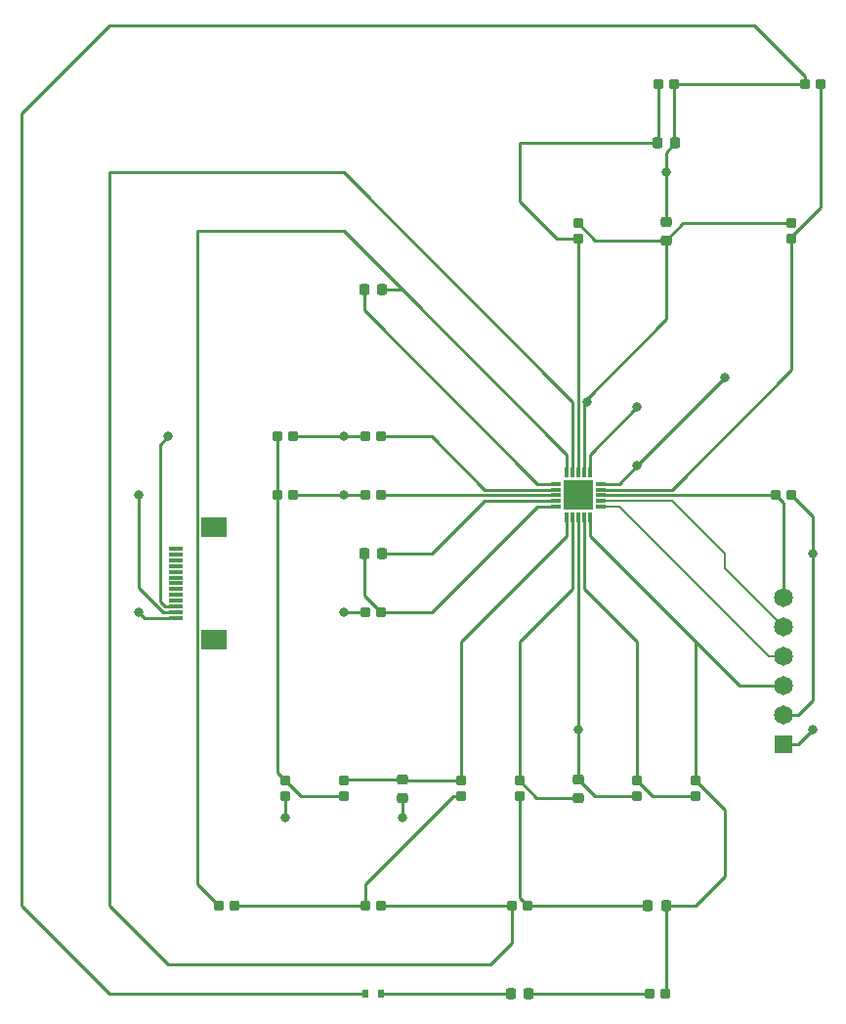
<source format=gbr>
%TF.GenerationSoftware,KiCad,Pcbnew,(6.0.7)*%
%TF.CreationDate,2022-08-17T17:24:52+08:00*%
%TF.ProjectId,asdfgg,61736466-6767-42e6-9b69-6361645f7063,rev?*%
%TF.SameCoordinates,Original*%
%TF.FileFunction,Copper,L1,Top*%
%TF.FilePolarity,Positive*%
%FSLAX46Y46*%
G04 Gerber Fmt 4.6, Leading zero omitted, Abs format (unit mm)*
G04 Created by KiCad (PCBNEW (6.0.7)) date 2022-08-17 17:24:52*
%MOMM*%
%LPD*%
G01*
G04 APERTURE LIST*
G04 Aperture macros list*
%AMRoundRect*
0 Rectangle with rounded corners*
0 $1 Rounding radius*
0 $2 $3 $4 $5 $6 $7 $8 $9 X,Y pos of 4 corners*
0 Add a 4 corners polygon primitive as box body*
4,1,4,$2,$3,$4,$5,$6,$7,$8,$9,$2,$3,0*
0 Add four circle primitives for the rounded corners*
1,1,$1+$1,$2,$3*
1,1,$1+$1,$4,$5*
1,1,$1+$1,$6,$7*
1,1,$1+$1,$8,$9*
0 Add four rect primitives between the rounded corners*
20,1,$1+$1,$2,$3,$4,$5,0*
20,1,$1+$1,$4,$5,$6,$7,0*
20,1,$1+$1,$6,$7,$8,$9,0*
20,1,$1+$1,$8,$9,$2,$3,0*%
G04 Aperture macros list end*
%TA.AperFunction,SMDPad,CuDef*%
%ADD10RoundRect,0.212500X-0.212500X-0.217500X0.212500X-0.217500X0.212500X0.217500X-0.212500X0.217500X0*%
%TD*%
%TA.AperFunction,SMDPad,CuDef*%
%ADD11RoundRect,0.218750X0.218750X0.256250X-0.218750X0.256250X-0.218750X-0.256250X0.218750X-0.256250X0*%
%TD*%
%TA.AperFunction,SMDPad,CuDef*%
%ADD12RoundRect,0.218750X0.256250X-0.218750X0.256250X0.218750X-0.256250X0.218750X-0.256250X-0.218750X0*%
%TD*%
%TA.AperFunction,SMDPad,CuDef*%
%ADD13RoundRect,0.212500X0.217500X-0.212500X0.217500X0.212500X-0.217500X0.212500X-0.217500X-0.212500X0*%
%TD*%
%TA.AperFunction,SMDPad,CuDef*%
%ADD14RoundRect,0.218750X-0.218750X-0.256250X0.218750X-0.256250X0.218750X0.256250X-0.218750X0.256250X0*%
%TD*%
%TA.AperFunction,SMDPad,CuDef*%
%ADD15R,1.300000X0.300000*%
%TD*%
%TA.AperFunction,SMDPad,CuDef*%
%ADD16R,2.200000X1.800000*%
%TD*%
%TA.AperFunction,SMDPad,CuDef*%
%ADD17R,0.600000X0.700000*%
%TD*%
%TA.AperFunction,SMDPad,CuDef*%
%ADD18RoundRect,0.212500X-0.217500X0.212500X-0.217500X-0.212500X0.217500X-0.212500X0.217500X0.212500X0*%
%TD*%
%TA.AperFunction,SMDPad,CuDef*%
%ADD19RoundRect,0.212500X0.212500X0.217500X-0.212500X0.217500X-0.212500X-0.217500X0.212500X-0.217500X0*%
%TD*%
%TA.AperFunction,SMDPad,CuDef*%
%ADD20R,0.850000X0.300000*%
%TD*%
%TA.AperFunction,SMDPad,CuDef*%
%ADD21R,0.300000X0.850000*%
%TD*%
%TA.AperFunction,SMDPad,CuDef*%
%ADD22R,2.650000X2.650000*%
%TD*%
%TA.AperFunction,ComponentPad*%
%ADD23R,1.650000X1.650000*%
%TD*%
%TA.AperFunction,ComponentPad*%
%ADD24C,1.650000*%
%TD*%
%TA.AperFunction,SMDPad,CuDef*%
%ADD25RoundRect,0.218750X-0.256250X0.218750X-0.256250X-0.218750X0.256250X-0.218750X0.256250X0.218750X0*%
%TD*%
%TA.AperFunction,ViaPad*%
%ADD26C,0.800000*%
%TD*%
%TA.AperFunction,Conductor*%
%ADD27C,0.250000*%
%TD*%
%TA.AperFunction,Conductor*%
%ADD28C,0.200000*%
%TD*%
G04 APERTURE END LIST*
D10*
%TO.P,R19,1*%
%TO.N,GND*%
X177120000Y-76200000D03*
%TO.P,R19,2*%
%TO.N,Net-(R19-Pad2)*%
X178480000Y-76200000D03*
%TD*%
D11*
%TO.P,C2,1*%
%TO.N,Net-(C2-Pad1)*%
X140487500Y-116840000D03*
%TO.P,C2,2*%
%TO.N,Net-(C2-Pad2)*%
X138912500Y-116840000D03*
%TD*%
D10*
%TO.P,R11,1*%
%TO.N,Net-(C4-Pad2)*%
X126320000Y-147320000D03*
%TO.P,R11,2*%
%TO.N,Net-(R11-Pad2)*%
X127680000Y-147320000D03*
%TD*%
%TO.P,R13,1*%
%TO.N,Net-(R11-Pad2)*%
X139020000Y-147320000D03*
%TO.P,R13,2*%
%TO.N,Net-(R13-Pad2)*%
X140380000Y-147320000D03*
%TD*%
D12*
%TO.P,C3,1*%
%TO.N,Net-(C3-Pad1)*%
X157480000Y-137947500D03*
%TO.P,C3,2*%
%TO.N,/REFOUT*%
X157480000Y-136372500D03*
%TD*%
D13*
%TO.P,R20,1*%
%TO.N,Net-(R19-Pad2)*%
X175940000Y-89580000D03*
%TO.P,R20,2*%
%TO.N,+3.3V*%
X175940000Y-88220000D03*
%TD*%
D14*
%TO.P,C1,1*%
%TO.N,Net-(C1-Pad1)*%
X163525000Y-147320000D03*
%TO.P,C1,2*%
%TO.N,/SIGNAL_OUT*%
X165100000Y-147320000D03*
%TD*%
%TO.P,C7,1*%
%TO.N,Net-(C7-Pad1)*%
X164312500Y-81280000D03*
%TO.P,C7,2*%
%TO.N,GND*%
X165887500Y-81280000D03*
%TD*%
D10*
%TO.P,R3,1*%
%TO.N,/LA*%
X139020000Y-106680000D03*
%TO.P,R3,2*%
%TO.N,Net-(R3-Pad2)*%
X140380000Y-106680000D03*
%TD*%
D15*
%TO.P,JP1,1,1*%
%TO.N,/RL*%
X122610000Y-122380000D03*
%TO.P,JP1,2,2*%
%TO.N,/RA*%
X122610000Y-121880000D03*
%TO.P,JP1,3,3*%
%TO.N,/LA*%
X122610000Y-121380000D03*
%TO.P,JP1,4*%
%TO.N,N/C*%
X122610000Y-120880000D03*
%TO.P,JP1,5*%
X122610000Y-120380000D03*
%TO.P,JP1,6*%
X122610000Y-119880000D03*
%TO.P,JP1,7*%
X122610000Y-119380000D03*
%TO.P,JP1,8*%
X122610000Y-118880000D03*
%TO.P,JP1,9*%
X122610000Y-118380000D03*
%TO.P,JP1,10*%
X122610000Y-117880000D03*
%TO.P,JP1,11*%
X122610000Y-117380000D03*
%TO.P,JP1,12*%
X122610000Y-116880000D03*
%TO.P,JP1,13*%
X122610000Y-116380000D03*
D16*
%TO.P,JP1,MP*%
X125860000Y-124280000D03*
X125860000Y-114480000D03*
%TD*%
D14*
%TO.P,D1,1,K*%
%TO.N,Net-(D1-Pad1)*%
X151612500Y-154940000D03*
%TO.P,D1,2,A*%
%TO.N,Net-(D1-Pad2)*%
X153187500Y-154940000D03*
%TD*%
D17*
%TO.P,D2,1,K*%
%TO.N,GND*%
X139000000Y-154940000D03*
%TO.P,D2,2,A*%
%TO.N,Net-(D1-Pad1)*%
X140400000Y-154940000D03*
%TD*%
D18*
%TO.P,R8,1*%
%TO.N,Net-(R8-Pad1)*%
X162560000Y-136480000D03*
%TO.P,R8,2*%
%TO.N,/REFOUT*%
X162560000Y-137840000D03*
%TD*%
D10*
%TO.P,R1,1*%
%TO.N,Net-(R1-Pad1)*%
X131400000Y-106680000D03*
%TO.P,R1,2*%
%TO.N,/LA*%
X132760000Y-106680000D03*
%TD*%
D12*
%TO.P,C5,1*%
%TO.N,+3.3V*%
X165100000Y-89687500D03*
%TO.P,C5,2*%
%TO.N,GND*%
X165100000Y-88112500D03*
%TD*%
D18*
%TO.P,R9,1*%
%TO.N,/SIGNAL_OUT*%
X167640000Y-136480000D03*
%TO.P,R9,2*%
%TO.N,Net-(R8-Pad1)*%
X167640000Y-137840000D03*
%TD*%
D10*
%TO.P,R14,1*%
%TO.N,Net-(C7-Pad1)*%
X164420000Y-76200000D03*
%TO.P,R14,2*%
%TO.N,GND*%
X165780000Y-76200000D03*
%TD*%
%TO.P,R5,1*%
%TO.N,/RL*%
X139020000Y-121920000D03*
%TO.P,R5,2*%
%TO.N,Net-(C2-Pad2)*%
X140380000Y-121920000D03*
%TD*%
D19*
%TO.P,R15,1*%
%TO.N,+3.3V*%
X175940000Y-111760000D03*
%TO.P,R15,2*%
%TO.N,/SDN*%
X174580000Y-111760000D03*
%TD*%
%TO.P,R4,1*%
%TO.N,Net-(R4-Pad1)*%
X140380000Y-111760000D03*
%TO.P,R4,2*%
%TO.N,/RA*%
X139020000Y-111760000D03*
%TD*%
D20*
%TO.P,U1,1,HPDRIVE*%
%TO.N,Net-(C4-Pad1)*%
X155530000Y-110760000D03*
%TO.P,U1,2,+IN*%
%TO.N,Net-(R3-Pad2)*%
X155530000Y-111260000D03*
%TO.P,U1,3,-IN*%
%TO.N,Net-(R4-Pad1)*%
X155530000Y-111760000D03*
%TO.P,U1,4,RLDFB*%
%TO.N,Net-(C2-Pad1)*%
X155530000Y-112260000D03*
%TO.P,U1,5,RLD*%
%TO.N,Net-(C2-Pad2)*%
X155530000Y-112760000D03*
D21*
%TO.P,U1,6,SW*%
%TO.N,Net-(C6-Pad1)*%
X156480000Y-113710000D03*
%TO.P,U1,7,OPAMP+*%
%TO.N,Net-(C3-Pad1)*%
X156980000Y-113710000D03*
%TO.P,U1,8,REFOUT*%
%TO.N,/REFOUT*%
X157480000Y-113710000D03*
%TO.P,U1,9,OPAMP-*%
%TO.N,Net-(R8-Pad1)*%
X157980000Y-113710000D03*
%TO.P,U1,10,OUT*%
%TO.N,/SIGNAL_OUT*%
X158480000Y-113710000D03*
D20*
%TO.P,U1,11,LO-*%
%TO.N,/LO-*%
X159430000Y-112760000D03*
%TO.P,U1,12,LO+*%
%TO.N,/LO+*%
X159430000Y-112260000D03*
%TO.P,U1,13,~{SDN}*%
%TO.N,/SDN*%
X159430000Y-111760000D03*
%TO.P,U1,14,AC/~{DC}*%
%TO.N,Net-(R19-Pad2)*%
X159430000Y-111260000D03*
%TO.P,U1,15,FR*%
%TO.N,+3.3V*%
X159430000Y-110760000D03*
D21*
%TO.P,U1,16,GND*%
%TO.N,GND*%
X158480000Y-109810000D03*
%TO.P,U1,17,+VS*%
%TO.N,+3.3V*%
X157980000Y-109810000D03*
%TO.P,U1,18,REFIN*%
%TO.N,Net-(C7-Pad1)*%
X157480000Y-109810000D03*
%TO.P,U1,19,IAOUT*%
%TO.N,Net-(R13-Pad2)*%
X156980000Y-109810000D03*
%TO.P,U1,20,HPSENSE*%
%TO.N,Net-(C4-Pad2)*%
X156480000Y-109810000D03*
D22*
%TO.P,U1,21*%
%TO.N,N/C*%
X157480000Y-111760000D03*
%TD*%
D13*
%TO.P,R7,1*%
%TO.N,Net-(C1-Pad1)*%
X152400000Y-137840000D03*
%TO.P,R7,2*%
%TO.N,Net-(C3-Pad1)*%
X152400000Y-136480000D03*
%TD*%
D23*
%TO.P,JP2,1,1*%
%TO.N,GND*%
X175260000Y-133350000D03*
D24*
%TO.P,JP2,2,2*%
%TO.N,+3.3V*%
X175260000Y-130810000D03*
%TO.P,JP2,3,3*%
%TO.N,/SIGNAL_OUT*%
X175260000Y-128270000D03*
%TO.P,JP2,4,4*%
%TO.N,/LO-*%
X175260000Y-125730000D03*
%TO.P,JP2,5,5*%
%TO.N,/LO+*%
X175260000Y-123190000D03*
%TO.P,JP2,6,6*%
%TO.N,/SDN*%
X175260000Y-120650000D03*
%TD*%
D19*
%TO.P,R6,1*%
%TO.N,Net-(C1-Pad1)*%
X153080000Y-147320000D03*
%TO.P,R6,2*%
%TO.N,Net-(R13-Pad2)*%
X151720000Y-147320000D03*
%TD*%
D13*
%TO.P,R17,1*%
%TO.N,+3.3V*%
X132080000Y-137840000D03*
%TO.P,R17,2*%
%TO.N,Net-(R1-Pad1)*%
X132080000Y-136480000D03*
%TD*%
%TO.P,R10,1*%
%TO.N,Net-(C7-Pad1)*%
X157480000Y-89580000D03*
%TO.P,R10,2*%
%TO.N,+3.3V*%
X157480000Y-88220000D03*
%TD*%
D25*
%TO.P,C6,1*%
%TO.N,Net-(C6-Pad1)*%
X142240000Y-136372500D03*
%TO.P,C6,2*%
%TO.N,/REFOUT*%
X142240000Y-137947500D03*
%TD*%
D10*
%TO.P,R2,1*%
%TO.N,Net-(R1-Pad1)*%
X131400000Y-111760000D03*
%TO.P,R2,2*%
%TO.N,/RA*%
X132760000Y-111760000D03*
%TD*%
D14*
%TO.P,C4,1*%
%TO.N,Net-(C4-Pad1)*%
X138912500Y-93980000D03*
%TO.P,C4,2*%
%TO.N,Net-(C4-Pad2)*%
X140487500Y-93980000D03*
%TD*%
D13*
%TO.P,R18,1*%
%TO.N,Net-(R1-Pad1)*%
X137160000Y-137840000D03*
%TO.P,R18,2*%
%TO.N,Net-(C6-Pad1)*%
X137160000Y-136480000D03*
%TD*%
D19*
%TO.P,R16,1*%
%TO.N,/SIGNAL_OUT*%
X164992500Y-154940000D03*
%TO.P,R16,2*%
%TO.N,Net-(D1-Pad2)*%
X163632500Y-154940000D03*
%TD*%
D18*
%TO.P,R12,1*%
%TO.N,Net-(C6-Pad1)*%
X147320000Y-136480000D03*
%TO.P,R12,2*%
%TO.N,Net-(R11-Pad2)*%
X147320000Y-137840000D03*
%TD*%
D26*
%TO.N,*%
X121920000Y-106680000D03*
%TO.N,/REFOUT*%
X142240000Y-139700000D03*
X157480000Y-132080000D03*
%TO.N,+3.3V*%
X158204500Y-103640000D03*
X170180000Y-101600000D03*
X162560000Y-109220000D03*
X177800000Y-116840000D03*
X132080000Y-139700000D03*
%TO.N,GND*%
X177800000Y-132080000D03*
X162560000Y-104140000D03*
X165100000Y-83820000D03*
%TO.N,/RL*%
X137160000Y-121920000D03*
X119380000Y-121920000D03*
%TO.N,/LA*%
X137160000Y-106680000D03*
%TO.N,/RA*%
X137160000Y-111760000D03*
X119380000Y-111760000D03*
%TD*%
D27*
%TO.N,/RA*%
X139020000Y-111760000D02*
X137160000Y-111760000D01*
X137160000Y-111760000D02*
X132760000Y-111760000D01*
%TO.N,Net-(C1-Pad1)*%
X152400000Y-146640000D02*
X153080000Y-147320000D01*
X163525000Y-147320000D02*
X153080000Y-147320000D01*
X152400000Y-137840000D02*
X152400000Y-146640000D01*
%TO.N,/SIGNAL_OUT*%
X170180000Y-139020000D02*
X170180000Y-144780000D01*
X158480000Y-115300000D02*
X167640000Y-124460000D01*
X167640000Y-124460000D02*
X171450000Y-128270000D01*
X171450000Y-128270000D02*
X175260000Y-128270000D01*
X165100000Y-154832500D02*
X164992500Y-154940000D01*
X170180000Y-144780000D02*
X167640000Y-147320000D01*
X158480000Y-113710000D02*
X158480000Y-115300000D01*
X165100000Y-147320000D02*
X165100000Y-154832500D01*
X167640000Y-124460000D02*
X167640000Y-136480000D01*
X167640000Y-147320000D02*
X165100000Y-147320000D01*
X167640000Y-136480000D02*
X170180000Y-139020000D01*
%TO.N,Net-(C2-Pad2)*%
X138912500Y-120452500D02*
X138912500Y-116840000D01*
X140380000Y-121920000D02*
X138912500Y-120452500D01*
X144780000Y-121920000D02*
X140380000Y-121920000D01*
X155530000Y-112760000D02*
X153940000Y-112760000D01*
X153940000Y-112760000D02*
X144780000Y-121920000D01*
%TO.N,Net-(C2-Pad1)*%
X155530000Y-112260000D02*
X149360000Y-112260000D01*
X144780000Y-116840000D02*
X140487500Y-116840000D01*
X149360000Y-112260000D02*
X144780000Y-116840000D01*
%TO.N,Net-(C3-Pad1)*%
X156980000Y-113710000D02*
X156980000Y-119880000D01*
X152400000Y-124460000D02*
X152400000Y-136480000D01*
X153867500Y-137947500D02*
X157480000Y-137947500D01*
X152400000Y-136480000D02*
X153867500Y-137947500D01*
X156980000Y-119880000D02*
X152400000Y-124460000D01*
%TO.N,/REFOUT*%
X158947500Y-137840000D02*
X162560000Y-137840000D01*
X157480000Y-113710000D02*
X157480000Y-136372500D01*
X142240000Y-137947500D02*
X142240000Y-139700000D01*
X157480000Y-136372500D02*
X158947500Y-137840000D01*
%TO.N,Net-(C4-Pad1)*%
X153940000Y-110760000D02*
X155530000Y-110760000D01*
X138912500Y-93980000D02*
X138912500Y-95732500D01*
X138912500Y-95732500D02*
X153940000Y-110760000D01*
%TO.N,Net-(C4-Pad2)*%
X137160000Y-88900000D02*
X142240000Y-93980000D01*
X142240000Y-93980000D02*
X140487500Y-93980000D01*
X124460000Y-145460000D02*
X124460000Y-88900000D01*
X124460000Y-88900000D02*
X137160000Y-88900000D01*
X126320000Y-147320000D02*
X124460000Y-145460000D01*
X156480000Y-108220000D02*
X142240000Y-93980000D01*
X156480000Y-109810000D02*
X156480000Y-108220000D01*
%TO.N,+3.3V*%
X132080000Y-137840000D02*
X132080000Y-139700000D01*
X161020000Y-110760000D02*
X162560000Y-109220000D01*
X177800000Y-113620000D02*
X177800000Y-116840000D01*
X157480000Y-88220000D02*
X158947500Y-89687500D01*
X157980000Y-103640000D02*
X165100000Y-96520000D01*
X166567500Y-88220000D02*
X175940000Y-88220000D01*
X162560000Y-109220000D02*
X170180000Y-101600000D01*
X176530000Y-130810000D02*
X175260000Y-130810000D01*
X165100000Y-89687500D02*
X166567500Y-88220000D01*
X175940000Y-111760000D02*
X177800000Y-113620000D01*
X165100000Y-96520000D02*
X165100000Y-89687500D01*
X159430000Y-110760000D02*
X161020000Y-110760000D01*
X158947500Y-89687500D02*
X165100000Y-89687500D01*
X177800000Y-116840000D02*
X177800000Y-129540000D01*
X157980000Y-109810000D02*
X157980000Y-103640000D01*
X177800000Y-129540000D02*
X176530000Y-130810000D01*
%TO.N,GND*%
X165100000Y-88112500D02*
X165100000Y-82067500D01*
X158480000Y-108220000D02*
X162560000Y-104140000D01*
X165887500Y-81280000D02*
X165780000Y-81172500D01*
X175260000Y-133350000D02*
X176530000Y-133350000D01*
X158480000Y-109810000D02*
X158480000Y-108220000D01*
X165780000Y-76200000D02*
X177120000Y-76200000D01*
X109220000Y-147320000D02*
X109220000Y-78740000D01*
X116840000Y-71120000D02*
X172720000Y-71120000D01*
X139000000Y-154940000D02*
X116840000Y-154940000D01*
X116840000Y-154940000D02*
X109220000Y-147320000D01*
X177120000Y-75520000D02*
X177120000Y-76200000D01*
X176530000Y-133350000D02*
X177800000Y-132080000D01*
X165780000Y-81172500D02*
X165780000Y-76200000D01*
X172720000Y-71120000D02*
X177120000Y-75520000D01*
X165100000Y-82067500D02*
X165887500Y-81280000D01*
X109220000Y-78740000D02*
X116840000Y-71120000D01*
%TO.N,Net-(C6-Pad1)*%
X156480000Y-113710000D02*
X156480000Y-115300000D01*
X137267500Y-136372500D02*
X142240000Y-136372500D01*
X147320000Y-124460000D02*
X147320000Y-136480000D01*
X156480000Y-115300000D02*
X147320000Y-124460000D01*
X137160000Y-136480000D02*
X137267500Y-136372500D01*
X142240000Y-136372500D02*
X142347500Y-136480000D01*
X142347500Y-136480000D02*
X147320000Y-136480000D01*
%TO.N,Net-(C7-Pad1)*%
X157480000Y-109810000D02*
X157480000Y-89580000D01*
X164420000Y-81172500D02*
X164420000Y-76200000D01*
X157480000Y-89580000D02*
X155620000Y-89580000D01*
X152400000Y-86360000D02*
X152400000Y-81280000D01*
X152400000Y-81280000D02*
X164312500Y-81280000D01*
X164312500Y-81280000D02*
X164420000Y-81172500D01*
X155620000Y-89580000D02*
X152400000Y-86360000D01*
%TO.N,Net-(D1-Pad1)*%
X151612500Y-154940000D02*
X140400000Y-154940000D01*
%TO.N,Net-(D1-Pad2)*%
X163632500Y-154940000D02*
X153187500Y-154940000D01*
%TO.N,/RL*%
X119840000Y-122380000D02*
X119380000Y-121920000D01*
X139020000Y-121920000D02*
X137160000Y-121920000D01*
X122610000Y-122380000D02*
X119840000Y-122380000D01*
%TO.N,/LA*%
X121660000Y-121380000D02*
X121195000Y-120915000D01*
X121195000Y-107405000D02*
X121920000Y-106680000D01*
X137160000Y-106680000D02*
X132760000Y-106680000D01*
X122610000Y-121380000D02*
X121660000Y-121380000D01*
X139020000Y-106680000D02*
X137160000Y-106680000D01*
X121195000Y-120915000D02*
X121195000Y-107405000D01*
D28*
%TO.N,/LO-*%
X159430000Y-112760000D02*
X161020000Y-112760000D01*
X161020000Y-112760000D02*
X173990000Y-125730000D01*
X173990000Y-125730000D02*
X175260000Y-125730000D01*
%TO.N,/LO+*%
X165600000Y-112260000D02*
X170180000Y-116840000D01*
X159430000Y-112260000D02*
X165600000Y-112260000D01*
X170180000Y-116840000D02*
X170180000Y-118110000D01*
X170180000Y-118110000D02*
X175260000Y-123190000D01*
D27*
%TO.N,/SDN*%
X174580000Y-111760000D02*
X175260000Y-112440000D01*
X159430000Y-111760000D02*
X174580000Y-111760000D01*
X175260000Y-112440000D02*
X175260000Y-120650000D01*
%TO.N,/RA*%
X119380000Y-119736396D02*
X119380000Y-111760000D01*
X122610000Y-121880000D02*
X121523604Y-121880000D01*
X121523604Y-121880000D02*
X119380000Y-119736396D01*
%TO.N,Net-(R3-Pad2)*%
X155530000Y-111260000D02*
X149360000Y-111260000D01*
X144780000Y-106680000D02*
X140380000Y-106680000D01*
X149360000Y-111260000D02*
X144780000Y-106680000D01*
%TO.N,Net-(R4-Pad1)*%
X155530000Y-111760000D02*
X140380000Y-111760000D01*
%TO.N,Net-(R1-Pad1)*%
X133440000Y-137840000D02*
X137160000Y-137840000D01*
X131400000Y-106680000D02*
X131400000Y-111760000D01*
X131400000Y-135800000D02*
X132080000Y-136480000D01*
X132080000Y-136480000D02*
X133440000Y-137840000D01*
X131400000Y-111760000D02*
X131400000Y-135800000D01*
%TO.N,Net-(R8-Pad1)*%
X162560000Y-136480000D02*
X163920000Y-137840000D01*
X157980000Y-113710000D02*
X157980000Y-119880000D01*
X157980000Y-119880000D02*
X162560000Y-124460000D01*
X162560000Y-124460000D02*
X162560000Y-136480000D01*
X163920000Y-137840000D02*
X167640000Y-137840000D01*
%TO.N,Net-(R11-Pad2)*%
X147320000Y-137840000D02*
X146640000Y-137840000D01*
X139020000Y-147320000D02*
X127680000Y-147320000D01*
X146640000Y-137840000D02*
X139020000Y-145460000D01*
X139020000Y-145460000D02*
X139020000Y-147320000D01*
%TO.N,Net-(R19-Pad2)*%
X178480000Y-86870140D02*
X175940000Y-89410140D01*
X159430000Y-111260000D02*
X165600000Y-111260000D01*
X165600000Y-111260000D02*
X175940000Y-100920000D01*
X175940000Y-89410140D02*
X175940000Y-89580000D01*
X178480000Y-76200000D02*
X178480000Y-86870140D01*
X175940000Y-100920000D02*
X175940000Y-89580000D01*
%TO.N,Net-(R13-Pad2)*%
X116840000Y-83820000D02*
X116840000Y-147320000D01*
X156980000Y-109810000D02*
X156980000Y-103640000D01*
X151720000Y-150540000D02*
X151720000Y-147320000D01*
X156980000Y-103640000D02*
X137160000Y-83820000D01*
X137160000Y-83820000D02*
X116840000Y-83820000D01*
X116840000Y-147320000D02*
X121920000Y-152400000D01*
X121920000Y-152400000D02*
X149860000Y-152400000D01*
X149860000Y-152400000D02*
X151720000Y-150540000D01*
X151720000Y-147320000D02*
X140380000Y-147320000D01*
%TD*%
M02*

</source>
